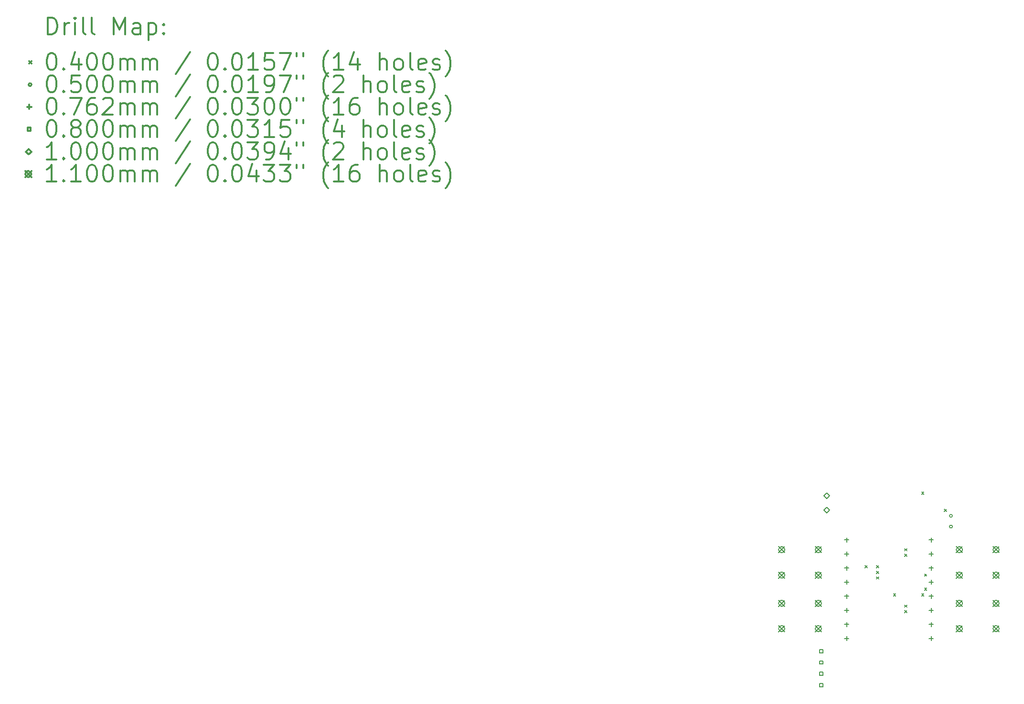
<source format=gbr>
%FSLAX45Y45*%
G04 Gerber Fmt 4.5, Leading zero omitted, Abs format (unit mm)*
G04 Created by KiCad (PCBNEW 5.1.10) date 2021-12-20 19:18:19*
%MOMM*%
%LPD*%
G01*
G04 APERTURE LIST*
%ADD10C,0.200000*%
%ADD11C,0.300000*%
G04 APERTURE END LIST*
D10*
X14780000Y-9880000D02*
X14820000Y-9920000D01*
X14820000Y-9880000D02*
X14780000Y-9920000D01*
X14980000Y-9880000D02*
X15020000Y-9920000D01*
X15020000Y-9880000D02*
X14980000Y-9920000D01*
X14980000Y-9980000D02*
X15020000Y-10020000D01*
X15020000Y-9980000D02*
X14980000Y-10020000D01*
X14980000Y-10080000D02*
X15020000Y-10120000D01*
X15020000Y-10080000D02*
X14980000Y-10120000D01*
X15280000Y-10380000D02*
X15320000Y-10420000D01*
X15320000Y-10380000D02*
X15280000Y-10420000D01*
X15480000Y-9580000D02*
X15520000Y-9620000D01*
X15520000Y-9580000D02*
X15480000Y-9620000D01*
X15480000Y-9680000D02*
X15520000Y-9720000D01*
X15520000Y-9680000D02*
X15480000Y-9720000D01*
X15480000Y-10580000D02*
X15520000Y-10620000D01*
X15520000Y-10580000D02*
X15480000Y-10620000D01*
X15480000Y-10680000D02*
X15520000Y-10720000D01*
X15520000Y-10680000D02*
X15480000Y-10720000D01*
X15780000Y-8580000D02*
X15820000Y-8620000D01*
X15820000Y-8580000D02*
X15780000Y-8620000D01*
X15780000Y-10380000D02*
X15820000Y-10420000D01*
X15820000Y-10380000D02*
X15780000Y-10420000D01*
X15830000Y-10030000D02*
X15870000Y-10070000D01*
X15870000Y-10030000D02*
X15830000Y-10070000D01*
X15830000Y-10280000D02*
X15870000Y-10320000D01*
X15870000Y-10280000D02*
X15830000Y-10320000D01*
X16180000Y-8880000D02*
X16220000Y-8920000D01*
X16220000Y-8880000D02*
X16180000Y-8920000D01*
X16325000Y-9000000D02*
G75*
G03*
X16325000Y-9000000I-25000J0D01*
G01*
X16325000Y-9190000D02*
G75*
G03*
X16325000Y-9190000I-25000J0D01*
G01*
X14450000Y-9386900D02*
X14450000Y-9463100D01*
X14411900Y-9425000D02*
X14488100Y-9425000D01*
X14450000Y-9636900D02*
X14450000Y-9713100D01*
X14411900Y-9675000D02*
X14488100Y-9675000D01*
X14450000Y-9886900D02*
X14450000Y-9963100D01*
X14411900Y-9925000D02*
X14488100Y-9925000D01*
X14450000Y-10136900D02*
X14450000Y-10213100D01*
X14411900Y-10175000D02*
X14488100Y-10175000D01*
X14450000Y-10386900D02*
X14450000Y-10463100D01*
X14411900Y-10425000D02*
X14488100Y-10425000D01*
X14450000Y-10636900D02*
X14450000Y-10713100D01*
X14411900Y-10675000D02*
X14488100Y-10675000D01*
X14450000Y-10886900D02*
X14450000Y-10963100D01*
X14411900Y-10925000D02*
X14488100Y-10925000D01*
X14450000Y-11136900D02*
X14450000Y-11213100D01*
X14411900Y-11175000D02*
X14488100Y-11175000D01*
X15950000Y-9386900D02*
X15950000Y-9463100D01*
X15911900Y-9425000D02*
X15988100Y-9425000D01*
X15950000Y-9636900D02*
X15950000Y-9713100D01*
X15911900Y-9675000D02*
X15988100Y-9675000D01*
X15950000Y-9886900D02*
X15950000Y-9963100D01*
X15911900Y-9925000D02*
X15988100Y-9925000D01*
X15950000Y-10136900D02*
X15950000Y-10213100D01*
X15911900Y-10175000D02*
X15988100Y-10175000D01*
X15950000Y-10386900D02*
X15950000Y-10463100D01*
X15911900Y-10425000D02*
X15988100Y-10425000D01*
X15950000Y-10636900D02*
X15950000Y-10713100D01*
X15911900Y-10675000D02*
X15988100Y-10675000D01*
X15950000Y-10886900D02*
X15950000Y-10963100D01*
X15911900Y-10925000D02*
X15988100Y-10925000D01*
X15950000Y-11136900D02*
X15950000Y-11213100D01*
X15911900Y-11175000D02*
X15988100Y-11175000D01*
X14028284Y-11428284D02*
X14028284Y-11371715D01*
X13971715Y-11371715D01*
X13971715Y-11428284D01*
X14028284Y-11428284D01*
X14028284Y-11628284D02*
X14028284Y-11571715D01*
X13971715Y-11571715D01*
X13971715Y-11628284D01*
X14028284Y-11628284D01*
X14028284Y-11828284D02*
X14028284Y-11771715D01*
X13971715Y-11771715D01*
X13971715Y-11828284D01*
X14028284Y-11828284D01*
X14028284Y-12028284D02*
X14028284Y-11971715D01*
X13971715Y-11971715D01*
X13971715Y-12028284D01*
X14028284Y-12028284D01*
X14100000Y-8696000D02*
X14150000Y-8646000D01*
X14100000Y-8596000D01*
X14050000Y-8646000D01*
X14100000Y-8696000D01*
X14100000Y-8950000D02*
X14150000Y-8900000D01*
X14100000Y-8850000D01*
X14050000Y-8900000D01*
X14100000Y-8950000D01*
X13245000Y-9545000D02*
X13355000Y-9655000D01*
X13355000Y-9545000D02*
X13245000Y-9655000D01*
X13355000Y-9600000D02*
G75*
G03*
X13355000Y-9600000I-55000J0D01*
G01*
X13245000Y-9995000D02*
X13355000Y-10105000D01*
X13355000Y-9995000D02*
X13245000Y-10105000D01*
X13355000Y-10050000D02*
G75*
G03*
X13355000Y-10050000I-55000J0D01*
G01*
X13245000Y-10495000D02*
X13355000Y-10605000D01*
X13355000Y-10495000D02*
X13245000Y-10605000D01*
X13355000Y-10550000D02*
G75*
G03*
X13355000Y-10550000I-55000J0D01*
G01*
X13245000Y-10945000D02*
X13355000Y-11055000D01*
X13355000Y-10945000D02*
X13245000Y-11055000D01*
X13355000Y-11000000D02*
G75*
G03*
X13355000Y-11000000I-55000J0D01*
G01*
X13895000Y-9545000D02*
X14005000Y-9655000D01*
X14005000Y-9545000D02*
X13895000Y-9655000D01*
X14005000Y-9600000D02*
G75*
G03*
X14005000Y-9600000I-55000J0D01*
G01*
X13895000Y-9995000D02*
X14005000Y-10105000D01*
X14005000Y-9995000D02*
X13895000Y-10105000D01*
X14005000Y-10050000D02*
G75*
G03*
X14005000Y-10050000I-55000J0D01*
G01*
X13895000Y-10495000D02*
X14005000Y-10605000D01*
X14005000Y-10495000D02*
X13895000Y-10605000D01*
X14005000Y-10550000D02*
G75*
G03*
X14005000Y-10550000I-55000J0D01*
G01*
X13895000Y-10945000D02*
X14005000Y-11055000D01*
X14005000Y-10945000D02*
X13895000Y-11055000D01*
X14005000Y-11000000D02*
G75*
G03*
X14005000Y-11000000I-55000J0D01*
G01*
X16395000Y-9545000D02*
X16505000Y-9655000D01*
X16505000Y-9545000D02*
X16395000Y-9655000D01*
X16505000Y-9600000D02*
G75*
G03*
X16505000Y-9600000I-55000J0D01*
G01*
X16395000Y-9995000D02*
X16505000Y-10105000D01*
X16505000Y-9995000D02*
X16395000Y-10105000D01*
X16505000Y-10050000D02*
G75*
G03*
X16505000Y-10050000I-55000J0D01*
G01*
X16395000Y-10495000D02*
X16505000Y-10605000D01*
X16505000Y-10495000D02*
X16395000Y-10605000D01*
X16505000Y-10550000D02*
G75*
G03*
X16505000Y-10550000I-55000J0D01*
G01*
X16395000Y-10945000D02*
X16505000Y-11055000D01*
X16505000Y-10945000D02*
X16395000Y-11055000D01*
X16505000Y-11000000D02*
G75*
G03*
X16505000Y-11000000I-55000J0D01*
G01*
X17045000Y-9545000D02*
X17155000Y-9655000D01*
X17155000Y-9545000D02*
X17045000Y-9655000D01*
X17155000Y-9600000D02*
G75*
G03*
X17155000Y-9600000I-55000J0D01*
G01*
X17045000Y-9995000D02*
X17155000Y-10105000D01*
X17155000Y-9995000D02*
X17045000Y-10105000D01*
X17155000Y-10050000D02*
G75*
G03*
X17155000Y-10050000I-55000J0D01*
G01*
X17045000Y-10495000D02*
X17155000Y-10605000D01*
X17155000Y-10495000D02*
X17045000Y-10605000D01*
X17155000Y-10550000D02*
G75*
G03*
X17155000Y-10550000I-55000J0D01*
G01*
X17045000Y-10945000D02*
X17155000Y-11055000D01*
X17155000Y-10945000D02*
X17045000Y-11055000D01*
X17155000Y-11000000D02*
G75*
G03*
X17155000Y-11000000I-55000J0D01*
G01*
D11*
X286429Y-465714D02*
X286429Y-165714D01*
X357857Y-165714D01*
X400714Y-180000D01*
X429286Y-208571D01*
X443571Y-237143D01*
X457857Y-294286D01*
X457857Y-337143D01*
X443571Y-394286D01*
X429286Y-422857D01*
X400714Y-451428D01*
X357857Y-465714D01*
X286429Y-465714D01*
X586429Y-465714D02*
X586429Y-265714D01*
X586429Y-322857D02*
X600714Y-294286D01*
X615000Y-280000D01*
X643571Y-265714D01*
X672143Y-265714D01*
X772143Y-465714D02*
X772143Y-265714D01*
X772143Y-165714D02*
X757857Y-180000D01*
X772143Y-194286D01*
X786428Y-180000D01*
X772143Y-165714D01*
X772143Y-194286D01*
X957857Y-465714D02*
X929286Y-451428D01*
X915000Y-422857D01*
X915000Y-165714D01*
X1115000Y-465714D02*
X1086429Y-451428D01*
X1072143Y-422857D01*
X1072143Y-165714D01*
X1457857Y-465714D02*
X1457857Y-165714D01*
X1557857Y-380000D01*
X1657857Y-165714D01*
X1657857Y-465714D01*
X1929286Y-465714D02*
X1929286Y-308571D01*
X1915000Y-280000D01*
X1886428Y-265714D01*
X1829286Y-265714D01*
X1800714Y-280000D01*
X1929286Y-451428D02*
X1900714Y-465714D01*
X1829286Y-465714D01*
X1800714Y-451428D01*
X1786428Y-422857D01*
X1786428Y-394286D01*
X1800714Y-365714D01*
X1829286Y-351428D01*
X1900714Y-351428D01*
X1929286Y-337143D01*
X2072143Y-265714D02*
X2072143Y-565714D01*
X2072143Y-280000D02*
X2100714Y-265714D01*
X2157857Y-265714D01*
X2186429Y-280000D01*
X2200714Y-294286D01*
X2215000Y-322857D01*
X2215000Y-408571D01*
X2200714Y-437143D01*
X2186429Y-451428D01*
X2157857Y-465714D01*
X2100714Y-465714D01*
X2072143Y-451428D01*
X2343571Y-437143D02*
X2357857Y-451428D01*
X2343571Y-465714D01*
X2329286Y-451428D01*
X2343571Y-437143D01*
X2343571Y-465714D01*
X2343571Y-280000D02*
X2357857Y-294286D01*
X2343571Y-308571D01*
X2329286Y-294286D01*
X2343571Y-280000D01*
X2343571Y-308571D01*
X-40000Y-940000D02*
X0Y-980000D01*
X0Y-940000D02*
X-40000Y-980000D01*
X343571Y-795714D02*
X372143Y-795714D01*
X400714Y-810000D01*
X415000Y-824286D01*
X429286Y-852857D01*
X443571Y-910000D01*
X443571Y-981428D01*
X429286Y-1038571D01*
X415000Y-1067143D01*
X400714Y-1081429D01*
X372143Y-1095714D01*
X343571Y-1095714D01*
X315000Y-1081429D01*
X300714Y-1067143D01*
X286429Y-1038571D01*
X272143Y-981428D01*
X272143Y-910000D01*
X286429Y-852857D01*
X300714Y-824286D01*
X315000Y-810000D01*
X343571Y-795714D01*
X572143Y-1067143D02*
X586429Y-1081429D01*
X572143Y-1095714D01*
X557857Y-1081429D01*
X572143Y-1067143D01*
X572143Y-1095714D01*
X843571Y-895714D02*
X843571Y-1095714D01*
X772143Y-781428D02*
X700714Y-995714D01*
X886428Y-995714D01*
X1057857Y-795714D02*
X1086429Y-795714D01*
X1115000Y-810000D01*
X1129286Y-824286D01*
X1143571Y-852857D01*
X1157857Y-910000D01*
X1157857Y-981428D01*
X1143571Y-1038571D01*
X1129286Y-1067143D01*
X1115000Y-1081429D01*
X1086429Y-1095714D01*
X1057857Y-1095714D01*
X1029286Y-1081429D01*
X1015000Y-1067143D01*
X1000714Y-1038571D01*
X986428Y-981428D01*
X986428Y-910000D01*
X1000714Y-852857D01*
X1015000Y-824286D01*
X1029286Y-810000D01*
X1057857Y-795714D01*
X1343571Y-795714D02*
X1372143Y-795714D01*
X1400714Y-810000D01*
X1415000Y-824286D01*
X1429286Y-852857D01*
X1443571Y-910000D01*
X1443571Y-981428D01*
X1429286Y-1038571D01*
X1415000Y-1067143D01*
X1400714Y-1081429D01*
X1372143Y-1095714D01*
X1343571Y-1095714D01*
X1315000Y-1081429D01*
X1300714Y-1067143D01*
X1286429Y-1038571D01*
X1272143Y-981428D01*
X1272143Y-910000D01*
X1286429Y-852857D01*
X1300714Y-824286D01*
X1315000Y-810000D01*
X1343571Y-795714D01*
X1572143Y-1095714D02*
X1572143Y-895714D01*
X1572143Y-924286D02*
X1586428Y-910000D01*
X1615000Y-895714D01*
X1657857Y-895714D01*
X1686428Y-910000D01*
X1700714Y-938571D01*
X1700714Y-1095714D01*
X1700714Y-938571D02*
X1715000Y-910000D01*
X1743571Y-895714D01*
X1786428Y-895714D01*
X1815000Y-910000D01*
X1829286Y-938571D01*
X1829286Y-1095714D01*
X1972143Y-1095714D02*
X1972143Y-895714D01*
X1972143Y-924286D02*
X1986428Y-910000D01*
X2015000Y-895714D01*
X2057857Y-895714D01*
X2086428Y-910000D01*
X2100714Y-938571D01*
X2100714Y-1095714D01*
X2100714Y-938571D02*
X2115000Y-910000D01*
X2143571Y-895714D01*
X2186429Y-895714D01*
X2215000Y-910000D01*
X2229286Y-938571D01*
X2229286Y-1095714D01*
X2815000Y-781428D02*
X2557857Y-1167143D01*
X3200714Y-795714D02*
X3229286Y-795714D01*
X3257857Y-810000D01*
X3272143Y-824286D01*
X3286428Y-852857D01*
X3300714Y-910000D01*
X3300714Y-981428D01*
X3286428Y-1038571D01*
X3272143Y-1067143D01*
X3257857Y-1081429D01*
X3229286Y-1095714D01*
X3200714Y-1095714D01*
X3172143Y-1081429D01*
X3157857Y-1067143D01*
X3143571Y-1038571D01*
X3129286Y-981428D01*
X3129286Y-910000D01*
X3143571Y-852857D01*
X3157857Y-824286D01*
X3172143Y-810000D01*
X3200714Y-795714D01*
X3429286Y-1067143D02*
X3443571Y-1081429D01*
X3429286Y-1095714D01*
X3415000Y-1081429D01*
X3429286Y-1067143D01*
X3429286Y-1095714D01*
X3629286Y-795714D02*
X3657857Y-795714D01*
X3686428Y-810000D01*
X3700714Y-824286D01*
X3715000Y-852857D01*
X3729286Y-910000D01*
X3729286Y-981428D01*
X3715000Y-1038571D01*
X3700714Y-1067143D01*
X3686428Y-1081429D01*
X3657857Y-1095714D01*
X3629286Y-1095714D01*
X3600714Y-1081429D01*
X3586428Y-1067143D01*
X3572143Y-1038571D01*
X3557857Y-981428D01*
X3557857Y-910000D01*
X3572143Y-852857D01*
X3586428Y-824286D01*
X3600714Y-810000D01*
X3629286Y-795714D01*
X4015000Y-1095714D02*
X3843571Y-1095714D01*
X3929286Y-1095714D02*
X3929286Y-795714D01*
X3900714Y-838571D01*
X3872143Y-867143D01*
X3843571Y-881428D01*
X4286429Y-795714D02*
X4143571Y-795714D01*
X4129286Y-938571D01*
X4143571Y-924286D01*
X4172143Y-910000D01*
X4243571Y-910000D01*
X4272143Y-924286D01*
X4286429Y-938571D01*
X4300714Y-967143D01*
X4300714Y-1038571D01*
X4286429Y-1067143D01*
X4272143Y-1081429D01*
X4243571Y-1095714D01*
X4172143Y-1095714D01*
X4143571Y-1081429D01*
X4129286Y-1067143D01*
X4400714Y-795714D02*
X4600714Y-795714D01*
X4472143Y-1095714D01*
X4700714Y-795714D02*
X4700714Y-852857D01*
X4815000Y-795714D02*
X4815000Y-852857D01*
X5257857Y-1210000D02*
X5243571Y-1195714D01*
X5215000Y-1152857D01*
X5200714Y-1124286D01*
X5186429Y-1081429D01*
X5172143Y-1010000D01*
X5172143Y-952857D01*
X5186429Y-881428D01*
X5200714Y-838571D01*
X5215000Y-810000D01*
X5243571Y-767143D01*
X5257857Y-752857D01*
X5529286Y-1095714D02*
X5357857Y-1095714D01*
X5443571Y-1095714D02*
X5443571Y-795714D01*
X5415000Y-838571D01*
X5386429Y-867143D01*
X5357857Y-881428D01*
X5786428Y-895714D02*
X5786428Y-1095714D01*
X5715000Y-781428D02*
X5643571Y-995714D01*
X5829286Y-995714D01*
X6172143Y-1095714D02*
X6172143Y-795714D01*
X6300714Y-1095714D02*
X6300714Y-938571D01*
X6286428Y-910000D01*
X6257857Y-895714D01*
X6215000Y-895714D01*
X6186428Y-910000D01*
X6172143Y-924286D01*
X6486428Y-1095714D02*
X6457857Y-1081429D01*
X6443571Y-1067143D01*
X6429286Y-1038571D01*
X6429286Y-952857D01*
X6443571Y-924286D01*
X6457857Y-910000D01*
X6486428Y-895714D01*
X6529286Y-895714D01*
X6557857Y-910000D01*
X6572143Y-924286D01*
X6586428Y-952857D01*
X6586428Y-1038571D01*
X6572143Y-1067143D01*
X6557857Y-1081429D01*
X6529286Y-1095714D01*
X6486428Y-1095714D01*
X6757857Y-1095714D02*
X6729286Y-1081429D01*
X6715000Y-1052857D01*
X6715000Y-795714D01*
X6986428Y-1081429D02*
X6957857Y-1095714D01*
X6900714Y-1095714D01*
X6872143Y-1081429D01*
X6857857Y-1052857D01*
X6857857Y-938571D01*
X6872143Y-910000D01*
X6900714Y-895714D01*
X6957857Y-895714D01*
X6986428Y-910000D01*
X7000714Y-938571D01*
X7000714Y-967143D01*
X6857857Y-995714D01*
X7115000Y-1081429D02*
X7143571Y-1095714D01*
X7200714Y-1095714D01*
X7229286Y-1081429D01*
X7243571Y-1052857D01*
X7243571Y-1038571D01*
X7229286Y-1010000D01*
X7200714Y-995714D01*
X7157857Y-995714D01*
X7129286Y-981428D01*
X7115000Y-952857D01*
X7115000Y-938571D01*
X7129286Y-910000D01*
X7157857Y-895714D01*
X7200714Y-895714D01*
X7229286Y-910000D01*
X7343571Y-1210000D02*
X7357857Y-1195714D01*
X7386428Y-1152857D01*
X7400714Y-1124286D01*
X7415000Y-1081429D01*
X7429286Y-1010000D01*
X7429286Y-952857D01*
X7415000Y-881428D01*
X7400714Y-838571D01*
X7386428Y-810000D01*
X7357857Y-767143D01*
X7343571Y-752857D01*
X0Y-1356000D02*
G75*
G03*
X0Y-1356000I-25000J0D01*
G01*
X343571Y-1191714D02*
X372143Y-1191714D01*
X400714Y-1206000D01*
X415000Y-1220286D01*
X429286Y-1248857D01*
X443571Y-1306000D01*
X443571Y-1377429D01*
X429286Y-1434571D01*
X415000Y-1463143D01*
X400714Y-1477428D01*
X372143Y-1491714D01*
X343571Y-1491714D01*
X315000Y-1477428D01*
X300714Y-1463143D01*
X286429Y-1434571D01*
X272143Y-1377429D01*
X272143Y-1306000D01*
X286429Y-1248857D01*
X300714Y-1220286D01*
X315000Y-1206000D01*
X343571Y-1191714D01*
X572143Y-1463143D02*
X586429Y-1477428D01*
X572143Y-1491714D01*
X557857Y-1477428D01*
X572143Y-1463143D01*
X572143Y-1491714D01*
X857857Y-1191714D02*
X715000Y-1191714D01*
X700714Y-1334571D01*
X715000Y-1320286D01*
X743571Y-1306000D01*
X815000Y-1306000D01*
X843571Y-1320286D01*
X857857Y-1334571D01*
X872143Y-1363143D01*
X872143Y-1434571D01*
X857857Y-1463143D01*
X843571Y-1477428D01*
X815000Y-1491714D01*
X743571Y-1491714D01*
X715000Y-1477428D01*
X700714Y-1463143D01*
X1057857Y-1191714D02*
X1086429Y-1191714D01*
X1115000Y-1206000D01*
X1129286Y-1220286D01*
X1143571Y-1248857D01*
X1157857Y-1306000D01*
X1157857Y-1377429D01*
X1143571Y-1434571D01*
X1129286Y-1463143D01*
X1115000Y-1477428D01*
X1086429Y-1491714D01*
X1057857Y-1491714D01*
X1029286Y-1477428D01*
X1015000Y-1463143D01*
X1000714Y-1434571D01*
X986428Y-1377429D01*
X986428Y-1306000D01*
X1000714Y-1248857D01*
X1015000Y-1220286D01*
X1029286Y-1206000D01*
X1057857Y-1191714D01*
X1343571Y-1191714D02*
X1372143Y-1191714D01*
X1400714Y-1206000D01*
X1415000Y-1220286D01*
X1429286Y-1248857D01*
X1443571Y-1306000D01*
X1443571Y-1377429D01*
X1429286Y-1434571D01*
X1415000Y-1463143D01*
X1400714Y-1477428D01*
X1372143Y-1491714D01*
X1343571Y-1491714D01*
X1315000Y-1477428D01*
X1300714Y-1463143D01*
X1286429Y-1434571D01*
X1272143Y-1377429D01*
X1272143Y-1306000D01*
X1286429Y-1248857D01*
X1300714Y-1220286D01*
X1315000Y-1206000D01*
X1343571Y-1191714D01*
X1572143Y-1491714D02*
X1572143Y-1291714D01*
X1572143Y-1320286D02*
X1586428Y-1306000D01*
X1615000Y-1291714D01*
X1657857Y-1291714D01*
X1686428Y-1306000D01*
X1700714Y-1334571D01*
X1700714Y-1491714D01*
X1700714Y-1334571D02*
X1715000Y-1306000D01*
X1743571Y-1291714D01*
X1786428Y-1291714D01*
X1815000Y-1306000D01*
X1829286Y-1334571D01*
X1829286Y-1491714D01*
X1972143Y-1491714D02*
X1972143Y-1291714D01*
X1972143Y-1320286D02*
X1986428Y-1306000D01*
X2015000Y-1291714D01*
X2057857Y-1291714D01*
X2086428Y-1306000D01*
X2100714Y-1334571D01*
X2100714Y-1491714D01*
X2100714Y-1334571D02*
X2115000Y-1306000D01*
X2143571Y-1291714D01*
X2186429Y-1291714D01*
X2215000Y-1306000D01*
X2229286Y-1334571D01*
X2229286Y-1491714D01*
X2815000Y-1177429D02*
X2557857Y-1563143D01*
X3200714Y-1191714D02*
X3229286Y-1191714D01*
X3257857Y-1206000D01*
X3272143Y-1220286D01*
X3286428Y-1248857D01*
X3300714Y-1306000D01*
X3300714Y-1377429D01*
X3286428Y-1434571D01*
X3272143Y-1463143D01*
X3257857Y-1477428D01*
X3229286Y-1491714D01*
X3200714Y-1491714D01*
X3172143Y-1477428D01*
X3157857Y-1463143D01*
X3143571Y-1434571D01*
X3129286Y-1377429D01*
X3129286Y-1306000D01*
X3143571Y-1248857D01*
X3157857Y-1220286D01*
X3172143Y-1206000D01*
X3200714Y-1191714D01*
X3429286Y-1463143D02*
X3443571Y-1477428D01*
X3429286Y-1491714D01*
X3415000Y-1477428D01*
X3429286Y-1463143D01*
X3429286Y-1491714D01*
X3629286Y-1191714D02*
X3657857Y-1191714D01*
X3686428Y-1206000D01*
X3700714Y-1220286D01*
X3715000Y-1248857D01*
X3729286Y-1306000D01*
X3729286Y-1377429D01*
X3715000Y-1434571D01*
X3700714Y-1463143D01*
X3686428Y-1477428D01*
X3657857Y-1491714D01*
X3629286Y-1491714D01*
X3600714Y-1477428D01*
X3586428Y-1463143D01*
X3572143Y-1434571D01*
X3557857Y-1377429D01*
X3557857Y-1306000D01*
X3572143Y-1248857D01*
X3586428Y-1220286D01*
X3600714Y-1206000D01*
X3629286Y-1191714D01*
X4015000Y-1491714D02*
X3843571Y-1491714D01*
X3929286Y-1491714D02*
X3929286Y-1191714D01*
X3900714Y-1234571D01*
X3872143Y-1263143D01*
X3843571Y-1277429D01*
X4157857Y-1491714D02*
X4215000Y-1491714D01*
X4243571Y-1477428D01*
X4257857Y-1463143D01*
X4286429Y-1420286D01*
X4300714Y-1363143D01*
X4300714Y-1248857D01*
X4286429Y-1220286D01*
X4272143Y-1206000D01*
X4243571Y-1191714D01*
X4186428Y-1191714D01*
X4157857Y-1206000D01*
X4143571Y-1220286D01*
X4129286Y-1248857D01*
X4129286Y-1320286D01*
X4143571Y-1348857D01*
X4157857Y-1363143D01*
X4186428Y-1377429D01*
X4243571Y-1377429D01*
X4272143Y-1363143D01*
X4286429Y-1348857D01*
X4300714Y-1320286D01*
X4400714Y-1191714D02*
X4600714Y-1191714D01*
X4472143Y-1491714D01*
X4700714Y-1191714D02*
X4700714Y-1248857D01*
X4815000Y-1191714D02*
X4815000Y-1248857D01*
X5257857Y-1606000D02*
X5243571Y-1591714D01*
X5215000Y-1548857D01*
X5200714Y-1520286D01*
X5186429Y-1477428D01*
X5172143Y-1406000D01*
X5172143Y-1348857D01*
X5186429Y-1277429D01*
X5200714Y-1234571D01*
X5215000Y-1206000D01*
X5243571Y-1163143D01*
X5257857Y-1148857D01*
X5357857Y-1220286D02*
X5372143Y-1206000D01*
X5400714Y-1191714D01*
X5472143Y-1191714D01*
X5500714Y-1206000D01*
X5515000Y-1220286D01*
X5529286Y-1248857D01*
X5529286Y-1277429D01*
X5515000Y-1320286D01*
X5343571Y-1491714D01*
X5529286Y-1491714D01*
X5886428Y-1491714D02*
X5886428Y-1191714D01*
X6015000Y-1491714D02*
X6015000Y-1334571D01*
X6000714Y-1306000D01*
X5972143Y-1291714D01*
X5929286Y-1291714D01*
X5900714Y-1306000D01*
X5886428Y-1320286D01*
X6200714Y-1491714D02*
X6172143Y-1477428D01*
X6157857Y-1463143D01*
X6143571Y-1434571D01*
X6143571Y-1348857D01*
X6157857Y-1320286D01*
X6172143Y-1306000D01*
X6200714Y-1291714D01*
X6243571Y-1291714D01*
X6272143Y-1306000D01*
X6286428Y-1320286D01*
X6300714Y-1348857D01*
X6300714Y-1434571D01*
X6286428Y-1463143D01*
X6272143Y-1477428D01*
X6243571Y-1491714D01*
X6200714Y-1491714D01*
X6472143Y-1491714D02*
X6443571Y-1477428D01*
X6429286Y-1448857D01*
X6429286Y-1191714D01*
X6700714Y-1477428D02*
X6672143Y-1491714D01*
X6615000Y-1491714D01*
X6586428Y-1477428D01*
X6572143Y-1448857D01*
X6572143Y-1334571D01*
X6586428Y-1306000D01*
X6615000Y-1291714D01*
X6672143Y-1291714D01*
X6700714Y-1306000D01*
X6715000Y-1334571D01*
X6715000Y-1363143D01*
X6572143Y-1391714D01*
X6829286Y-1477428D02*
X6857857Y-1491714D01*
X6915000Y-1491714D01*
X6943571Y-1477428D01*
X6957857Y-1448857D01*
X6957857Y-1434571D01*
X6943571Y-1406000D01*
X6915000Y-1391714D01*
X6872143Y-1391714D01*
X6843571Y-1377429D01*
X6829286Y-1348857D01*
X6829286Y-1334571D01*
X6843571Y-1306000D01*
X6872143Y-1291714D01*
X6915000Y-1291714D01*
X6943571Y-1306000D01*
X7057857Y-1606000D02*
X7072143Y-1591714D01*
X7100714Y-1548857D01*
X7115000Y-1520286D01*
X7129286Y-1477428D01*
X7143571Y-1406000D01*
X7143571Y-1348857D01*
X7129286Y-1277429D01*
X7115000Y-1234571D01*
X7100714Y-1206000D01*
X7072143Y-1163143D01*
X7057857Y-1148857D01*
X-38100Y-1713900D02*
X-38100Y-1790100D01*
X-76200Y-1752000D02*
X0Y-1752000D01*
X343571Y-1587714D02*
X372143Y-1587714D01*
X400714Y-1602000D01*
X415000Y-1616286D01*
X429286Y-1644857D01*
X443571Y-1702000D01*
X443571Y-1773428D01*
X429286Y-1830571D01*
X415000Y-1859143D01*
X400714Y-1873428D01*
X372143Y-1887714D01*
X343571Y-1887714D01*
X315000Y-1873428D01*
X300714Y-1859143D01*
X286429Y-1830571D01*
X272143Y-1773428D01*
X272143Y-1702000D01*
X286429Y-1644857D01*
X300714Y-1616286D01*
X315000Y-1602000D01*
X343571Y-1587714D01*
X572143Y-1859143D02*
X586429Y-1873428D01*
X572143Y-1887714D01*
X557857Y-1873428D01*
X572143Y-1859143D01*
X572143Y-1887714D01*
X686429Y-1587714D02*
X886428Y-1587714D01*
X757857Y-1887714D01*
X1129286Y-1587714D02*
X1072143Y-1587714D01*
X1043571Y-1602000D01*
X1029286Y-1616286D01*
X1000714Y-1659143D01*
X986428Y-1716286D01*
X986428Y-1830571D01*
X1000714Y-1859143D01*
X1015000Y-1873428D01*
X1043571Y-1887714D01*
X1100714Y-1887714D01*
X1129286Y-1873428D01*
X1143571Y-1859143D01*
X1157857Y-1830571D01*
X1157857Y-1759143D01*
X1143571Y-1730571D01*
X1129286Y-1716286D01*
X1100714Y-1702000D01*
X1043571Y-1702000D01*
X1015000Y-1716286D01*
X1000714Y-1730571D01*
X986428Y-1759143D01*
X1272143Y-1616286D02*
X1286429Y-1602000D01*
X1315000Y-1587714D01*
X1386429Y-1587714D01*
X1415000Y-1602000D01*
X1429286Y-1616286D01*
X1443571Y-1644857D01*
X1443571Y-1673428D01*
X1429286Y-1716286D01*
X1257857Y-1887714D01*
X1443571Y-1887714D01*
X1572143Y-1887714D02*
X1572143Y-1687714D01*
X1572143Y-1716286D02*
X1586428Y-1702000D01*
X1615000Y-1687714D01*
X1657857Y-1687714D01*
X1686428Y-1702000D01*
X1700714Y-1730571D01*
X1700714Y-1887714D01*
X1700714Y-1730571D02*
X1715000Y-1702000D01*
X1743571Y-1687714D01*
X1786428Y-1687714D01*
X1815000Y-1702000D01*
X1829286Y-1730571D01*
X1829286Y-1887714D01*
X1972143Y-1887714D02*
X1972143Y-1687714D01*
X1972143Y-1716286D02*
X1986428Y-1702000D01*
X2015000Y-1687714D01*
X2057857Y-1687714D01*
X2086428Y-1702000D01*
X2100714Y-1730571D01*
X2100714Y-1887714D01*
X2100714Y-1730571D02*
X2115000Y-1702000D01*
X2143571Y-1687714D01*
X2186429Y-1687714D01*
X2215000Y-1702000D01*
X2229286Y-1730571D01*
X2229286Y-1887714D01*
X2815000Y-1573428D02*
X2557857Y-1959143D01*
X3200714Y-1587714D02*
X3229286Y-1587714D01*
X3257857Y-1602000D01*
X3272143Y-1616286D01*
X3286428Y-1644857D01*
X3300714Y-1702000D01*
X3300714Y-1773428D01*
X3286428Y-1830571D01*
X3272143Y-1859143D01*
X3257857Y-1873428D01*
X3229286Y-1887714D01*
X3200714Y-1887714D01*
X3172143Y-1873428D01*
X3157857Y-1859143D01*
X3143571Y-1830571D01*
X3129286Y-1773428D01*
X3129286Y-1702000D01*
X3143571Y-1644857D01*
X3157857Y-1616286D01*
X3172143Y-1602000D01*
X3200714Y-1587714D01*
X3429286Y-1859143D02*
X3443571Y-1873428D01*
X3429286Y-1887714D01*
X3415000Y-1873428D01*
X3429286Y-1859143D01*
X3429286Y-1887714D01*
X3629286Y-1587714D02*
X3657857Y-1587714D01*
X3686428Y-1602000D01*
X3700714Y-1616286D01*
X3715000Y-1644857D01*
X3729286Y-1702000D01*
X3729286Y-1773428D01*
X3715000Y-1830571D01*
X3700714Y-1859143D01*
X3686428Y-1873428D01*
X3657857Y-1887714D01*
X3629286Y-1887714D01*
X3600714Y-1873428D01*
X3586428Y-1859143D01*
X3572143Y-1830571D01*
X3557857Y-1773428D01*
X3557857Y-1702000D01*
X3572143Y-1644857D01*
X3586428Y-1616286D01*
X3600714Y-1602000D01*
X3629286Y-1587714D01*
X3829286Y-1587714D02*
X4015000Y-1587714D01*
X3915000Y-1702000D01*
X3957857Y-1702000D01*
X3986428Y-1716286D01*
X4000714Y-1730571D01*
X4015000Y-1759143D01*
X4015000Y-1830571D01*
X4000714Y-1859143D01*
X3986428Y-1873428D01*
X3957857Y-1887714D01*
X3872143Y-1887714D01*
X3843571Y-1873428D01*
X3829286Y-1859143D01*
X4200714Y-1587714D02*
X4229286Y-1587714D01*
X4257857Y-1602000D01*
X4272143Y-1616286D01*
X4286429Y-1644857D01*
X4300714Y-1702000D01*
X4300714Y-1773428D01*
X4286429Y-1830571D01*
X4272143Y-1859143D01*
X4257857Y-1873428D01*
X4229286Y-1887714D01*
X4200714Y-1887714D01*
X4172143Y-1873428D01*
X4157857Y-1859143D01*
X4143571Y-1830571D01*
X4129286Y-1773428D01*
X4129286Y-1702000D01*
X4143571Y-1644857D01*
X4157857Y-1616286D01*
X4172143Y-1602000D01*
X4200714Y-1587714D01*
X4486429Y-1587714D02*
X4515000Y-1587714D01*
X4543571Y-1602000D01*
X4557857Y-1616286D01*
X4572143Y-1644857D01*
X4586429Y-1702000D01*
X4586429Y-1773428D01*
X4572143Y-1830571D01*
X4557857Y-1859143D01*
X4543571Y-1873428D01*
X4515000Y-1887714D01*
X4486429Y-1887714D01*
X4457857Y-1873428D01*
X4443571Y-1859143D01*
X4429286Y-1830571D01*
X4415000Y-1773428D01*
X4415000Y-1702000D01*
X4429286Y-1644857D01*
X4443571Y-1616286D01*
X4457857Y-1602000D01*
X4486429Y-1587714D01*
X4700714Y-1587714D02*
X4700714Y-1644857D01*
X4815000Y-1587714D02*
X4815000Y-1644857D01*
X5257857Y-2002000D02*
X5243571Y-1987714D01*
X5215000Y-1944857D01*
X5200714Y-1916286D01*
X5186429Y-1873428D01*
X5172143Y-1802000D01*
X5172143Y-1744857D01*
X5186429Y-1673428D01*
X5200714Y-1630571D01*
X5215000Y-1602000D01*
X5243571Y-1559143D01*
X5257857Y-1544857D01*
X5529286Y-1887714D02*
X5357857Y-1887714D01*
X5443571Y-1887714D02*
X5443571Y-1587714D01*
X5415000Y-1630571D01*
X5386429Y-1659143D01*
X5357857Y-1673428D01*
X5786428Y-1587714D02*
X5729286Y-1587714D01*
X5700714Y-1602000D01*
X5686428Y-1616286D01*
X5657857Y-1659143D01*
X5643571Y-1716286D01*
X5643571Y-1830571D01*
X5657857Y-1859143D01*
X5672143Y-1873428D01*
X5700714Y-1887714D01*
X5757857Y-1887714D01*
X5786428Y-1873428D01*
X5800714Y-1859143D01*
X5815000Y-1830571D01*
X5815000Y-1759143D01*
X5800714Y-1730571D01*
X5786428Y-1716286D01*
X5757857Y-1702000D01*
X5700714Y-1702000D01*
X5672143Y-1716286D01*
X5657857Y-1730571D01*
X5643571Y-1759143D01*
X6172143Y-1887714D02*
X6172143Y-1587714D01*
X6300714Y-1887714D02*
X6300714Y-1730571D01*
X6286428Y-1702000D01*
X6257857Y-1687714D01*
X6215000Y-1687714D01*
X6186428Y-1702000D01*
X6172143Y-1716286D01*
X6486428Y-1887714D02*
X6457857Y-1873428D01*
X6443571Y-1859143D01*
X6429286Y-1830571D01*
X6429286Y-1744857D01*
X6443571Y-1716286D01*
X6457857Y-1702000D01*
X6486428Y-1687714D01*
X6529286Y-1687714D01*
X6557857Y-1702000D01*
X6572143Y-1716286D01*
X6586428Y-1744857D01*
X6586428Y-1830571D01*
X6572143Y-1859143D01*
X6557857Y-1873428D01*
X6529286Y-1887714D01*
X6486428Y-1887714D01*
X6757857Y-1887714D02*
X6729286Y-1873428D01*
X6715000Y-1844857D01*
X6715000Y-1587714D01*
X6986428Y-1873428D02*
X6957857Y-1887714D01*
X6900714Y-1887714D01*
X6872143Y-1873428D01*
X6857857Y-1844857D01*
X6857857Y-1730571D01*
X6872143Y-1702000D01*
X6900714Y-1687714D01*
X6957857Y-1687714D01*
X6986428Y-1702000D01*
X7000714Y-1730571D01*
X7000714Y-1759143D01*
X6857857Y-1787714D01*
X7115000Y-1873428D02*
X7143571Y-1887714D01*
X7200714Y-1887714D01*
X7229286Y-1873428D01*
X7243571Y-1844857D01*
X7243571Y-1830571D01*
X7229286Y-1802000D01*
X7200714Y-1787714D01*
X7157857Y-1787714D01*
X7129286Y-1773428D01*
X7115000Y-1744857D01*
X7115000Y-1730571D01*
X7129286Y-1702000D01*
X7157857Y-1687714D01*
X7200714Y-1687714D01*
X7229286Y-1702000D01*
X7343571Y-2002000D02*
X7357857Y-1987714D01*
X7386428Y-1944857D01*
X7400714Y-1916286D01*
X7415000Y-1873428D01*
X7429286Y-1802000D01*
X7429286Y-1744857D01*
X7415000Y-1673428D01*
X7400714Y-1630571D01*
X7386428Y-1602000D01*
X7357857Y-1559143D01*
X7343571Y-1544857D01*
X-11715Y-2176285D02*
X-11715Y-2119716D01*
X-68285Y-2119716D01*
X-68285Y-2176285D01*
X-11715Y-2176285D01*
X343571Y-1983714D02*
X372143Y-1983714D01*
X400714Y-1998000D01*
X415000Y-2012286D01*
X429286Y-2040857D01*
X443571Y-2098000D01*
X443571Y-2169429D01*
X429286Y-2226571D01*
X415000Y-2255143D01*
X400714Y-2269429D01*
X372143Y-2283714D01*
X343571Y-2283714D01*
X315000Y-2269429D01*
X300714Y-2255143D01*
X286429Y-2226571D01*
X272143Y-2169429D01*
X272143Y-2098000D01*
X286429Y-2040857D01*
X300714Y-2012286D01*
X315000Y-1998000D01*
X343571Y-1983714D01*
X572143Y-2255143D02*
X586429Y-2269429D01*
X572143Y-2283714D01*
X557857Y-2269429D01*
X572143Y-2255143D01*
X572143Y-2283714D01*
X757857Y-2112286D02*
X729286Y-2098000D01*
X715000Y-2083714D01*
X700714Y-2055143D01*
X700714Y-2040857D01*
X715000Y-2012286D01*
X729286Y-1998000D01*
X757857Y-1983714D01*
X815000Y-1983714D01*
X843571Y-1998000D01*
X857857Y-2012286D01*
X872143Y-2040857D01*
X872143Y-2055143D01*
X857857Y-2083714D01*
X843571Y-2098000D01*
X815000Y-2112286D01*
X757857Y-2112286D01*
X729286Y-2126571D01*
X715000Y-2140857D01*
X700714Y-2169429D01*
X700714Y-2226571D01*
X715000Y-2255143D01*
X729286Y-2269429D01*
X757857Y-2283714D01*
X815000Y-2283714D01*
X843571Y-2269429D01*
X857857Y-2255143D01*
X872143Y-2226571D01*
X872143Y-2169429D01*
X857857Y-2140857D01*
X843571Y-2126571D01*
X815000Y-2112286D01*
X1057857Y-1983714D02*
X1086429Y-1983714D01*
X1115000Y-1998000D01*
X1129286Y-2012286D01*
X1143571Y-2040857D01*
X1157857Y-2098000D01*
X1157857Y-2169429D01*
X1143571Y-2226571D01*
X1129286Y-2255143D01*
X1115000Y-2269429D01*
X1086429Y-2283714D01*
X1057857Y-2283714D01*
X1029286Y-2269429D01*
X1015000Y-2255143D01*
X1000714Y-2226571D01*
X986428Y-2169429D01*
X986428Y-2098000D01*
X1000714Y-2040857D01*
X1015000Y-2012286D01*
X1029286Y-1998000D01*
X1057857Y-1983714D01*
X1343571Y-1983714D02*
X1372143Y-1983714D01*
X1400714Y-1998000D01*
X1415000Y-2012286D01*
X1429286Y-2040857D01*
X1443571Y-2098000D01*
X1443571Y-2169429D01*
X1429286Y-2226571D01*
X1415000Y-2255143D01*
X1400714Y-2269429D01*
X1372143Y-2283714D01*
X1343571Y-2283714D01*
X1315000Y-2269429D01*
X1300714Y-2255143D01*
X1286429Y-2226571D01*
X1272143Y-2169429D01*
X1272143Y-2098000D01*
X1286429Y-2040857D01*
X1300714Y-2012286D01*
X1315000Y-1998000D01*
X1343571Y-1983714D01*
X1572143Y-2283714D02*
X1572143Y-2083714D01*
X1572143Y-2112286D02*
X1586428Y-2098000D01*
X1615000Y-2083714D01*
X1657857Y-2083714D01*
X1686428Y-2098000D01*
X1700714Y-2126571D01*
X1700714Y-2283714D01*
X1700714Y-2126571D02*
X1715000Y-2098000D01*
X1743571Y-2083714D01*
X1786428Y-2083714D01*
X1815000Y-2098000D01*
X1829286Y-2126571D01*
X1829286Y-2283714D01*
X1972143Y-2283714D02*
X1972143Y-2083714D01*
X1972143Y-2112286D02*
X1986428Y-2098000D01*
X2015000Y-2083714D01*
X2057857Y-2083714D01*
X2086428Y-2098000D01*
X2100714Y-2126571D01*
X2100714Y-2283714D01*
X2100714Y-2126571D02*
X2115000Y-2098000D01*
X2143571Y-2083714D01*
X2186429Y-2083714D01*
X2215000Y-2098000D01*
X2229286Y-2126571D01*
X2229286Y-2283714D01*
X2815000Y-1969428D02*
X2557857Y-2355143D01*
X3200714Y-1983714D02*
X3229286Y-1983714D01*
X3257857Y-1998000D01*
X3272143Y-2012286D01*
X3286428Y-2040857D01*
X3300714Y-2098000D01*
X3300714Y-2169429D01*
X3286428Y-2226571D01*
X3272143Y-2255143D01*
X3257857Y-2269429D01*
X3229286Y-2283714D01*
X3200714Y-2283714D01*
X3172143Y-2269429D01*
X3157857Y-2255143D01*
X3143571Y-2226571D01*
X3129286Y-2169429D01*
X3129286Y-2098000D01*
X3143571Y-2040857D01*
X3157857Y-2012286D01*
X3172143Y-1998000D01*
X3200714Y-1983714D01*
X3429286Y-2255143D02*
X3443571Y-2269429D01*
X3429286Y-2283714D01*
X3415000Y-2269429D01*
X3429286Y-2255143D01*
X3429286Y-2283714D01*
X3629286Y-1983714D02*
X3657857Y-1983714D01*
X3686428Y-1998000D01*
X3700714Y-2012286D01*
X3715000Y-2040857D01*
X3729286Y-2098000D01*
X3729286Y-2169429D01*
X3715000Y-2226571D01*
X3700714Y-2255143D01*
X3686428Y-2269429D01*
X3657857Y-2283714D01*
X3629286Y-2283714D01*
X3600714Y-2269429D01*
X3586428Y-2255143D01*
X3572143Y-2226571D01*
X3557857Y-2169429D01*
X3557857Y-2098000D01*
X3572143Y-2040857D01*
X3586428Y-2012286D01*
X3600714Y-1998000D01*
X3629286Y-1983714D01*
X3829286Y-1983714D02*
X4015000Y-1983714D01*
X3915000Y-2098000D01*
X3957857Y-2098000D01*
X3986428Y-2112286D01*
X4000714Y-2126571D01*
X4015000Y-2155143D01*
X4015000Y-2226571D01*
X4000714Y-2255143D01*
X3986428Y-2269429D01*
X3957857Y-2283714D01*
X3872143Y-2283714D01*
X3843571Y-2269429D01*
X3829286Y-2255143D01*
X4300714Y-2283714D02*
X4129286Y-2283714D01*
X4215000Y-2283714D02*
X4215000Y-1983714D01*
X4186428Y-2026571D01*
X4157857Y-2055143D01*
X4129286Y-2069428D01*
X4572143Y-1983714D02*
X4429286Y-1983714D01*
X4415000Y-2126571D01*
X4429286Y-2112286D01*
X4457857Y-2098000D01*
X4529286Y-2098000D01*
X4557857Y-2112286D01*
X4572143Y-2126571D01*
X4586429Y-2155143D01*
X4586429Y-2226571D01*
X4572143Y-2255143D01*
X4557857Y-2269429D01*
X4529286Y-2283714D01*
X4457857Y-2283714D01*
X4429286Y-2269429D01*
X4415000Y-2255143D01*
X4700714Y-1983714D02*
X4700714Y-2040857D01*
X4815000Y-1983714D02*
X4815000Y-2040857D01*
X5257857Y-2398000D02*
X5243571Y-2383714D01*
X5215000Y-2340857D01*
X5200714Y-2312286D01*
X5186429Y-2269429D01*
X5172143Y-2198000D01*
X5172143Y-2140857D01*
X5186429Y-2069428D01*
X5200714Y-2026571D01*
X5215000Y-1998000D01*
X5243571Y-1955143D01*
X5257857Y-1940857D01*
X5500714Y-2083714D02*
X5500714Y-2283714D01*
X5429286Y-1969428D02*
X5357857Y-2183714D01*
X5543571Y-2183714D01*
X5886428Y-2283714D02*
X5886428Y-1983714D01*
X6015000Y-2283714D02*
X6015000Y-2126571D01*
X6000714Y-2098000D01*
X5972143Y-2083714D01*
X5929286Y-2083714D01*
X5900714Y-2098000D01*
X5886428Y-2112286D01*
X6200714Y-2283714D02*
X6172143Y-2269429D01*
X6157857Y-2255143D01*
X6143571Y-2226571D01*
X6143571Y-2140857D01*
X6157857Y-2112286D01*
X6172143Y-2098000D01*
X6200714Y-2083714D01*
X6243571Y-2083714D01*
X6272143Y-2098000D01*
X6286428Y-2112286D01*
X6300714Y-2140857D01*
X6300714Y-2226571D01*
X6286428Y-2255143D01*
X6272143Y-2269429D01*
X6243571Y-2283714D01*
X6200714Y-2283714D01*
X6472143Y-2283714D02*
X6443571Y-2269429D01*
X6429286Y-2240857D01*
X6429286Y-1983714D01*
X6700714Y-2269429D02*
X6672143Y-2283714D01*
X6615000Y-2283714D01*
X6586428Y-2269429D01*
X6572143Y-2240857D01*
X6572143Y-2126571D01*
X6586428Y-2098000D01*
X6615000Y-2083714D01*
X6672143Y-2083714D01*
X6700714Y-2098000D01*
X6715000Y-2126571D01*
X6715000Y-2155143D01*
X6572143Y-2183714D01*
X6829286Y-2269429D02*
X6857857Y-2283714D01*
X6915000Y-2283714D01*
X6943571Y-2269429D01*
X6957857Y-2240857D01*
X6957857Y-2226571D01*
X6943571Y-2198000D01*
X6915000Y-2183714D01*
X6872143Y-2183714D01*
X6843571Y-2169429D01*
X6829286Y-2140857D01*
X6829286Y-2126571D01*
X6843571Y-2098000D01*
X6872143Y-2083714D01*
X6915000Y-2083714D01*
X6943571Y-2098000D01*
X7057857Y-2398000D02*
X7072143Y-2383714D01*
X7100714Y-2340857D01*
X7115000Y-2312286D01*
X7129286Y-2269429D01*
X7143571Y-2198000D01*
X7143571Y-2140857D01*
X7129286Y-2069428D01*
X7115000Y-2026571D01*
X7100714Y-1998000D01*
X7072143Y-1955143D01*
X7057857Y-1940857D01*
X-50000Y-2594000D02*
X0Y-2544000D01*
X-50000Y-2494000D01*
X-100000Y-2544000D01*
X-50000Y-2594000D01*
X443571Y-2679714D02*
X272143Y-2679714D01*
X357857Y-2679714D02*
X357857Y-2379714D01*
X329286Y-2422571D01*
X300714Y-2451143D01*
X272143Y-2465429D01*
X572143Y-2651143D02*
X586429Y-2665429D01*
X572143Y-2679714D01*
X557857Y-2665429D01*
X572143Y-2651143D01*
X572143Y-2679714D01*
X772143Y-2379714D02*
X800714Y-2379714D01*
X829286Y-2394000D01*
X843571Y-2408286D01*
X857857Y-2436857D01*
X872143Y-2494000D01*
X872143Y-2565429D01*
X857857Y-2622571D01*
X843571Y-2651143D01*
X829286Y-2665429D01*
X800714Y-2679714D01*
X772143Y-2679714D01*
X743571Y-2665429D01*
X729286Y-2651143D01*
X715000Y-2622571D01*
X700714Y-2565429D01*
X700714Y-2494000D01*
X715000Y-2436857D01*
X729286Y-2408286D01*
X743571Y-2394000D01*
X772143Y-2379714D01*
X1057857Y-2379714D02*
X1086429Y-2379714D01*
X1115000Y-2394000D01*
X1129286Y-2408286D01*
X1143571Y-2436857D01*
X1157857Y-2494000D01*
X1157857Y-2565429D01*
X1143571Y-2622571D01*
X1129286Y-2651143D01*
X1115000Y-2665429D01*
X1086429Y-2679714D01*
X1057857Y-2679714D01*
X1029286Y-2665429D01*
X1015000Y-2651143D01*
X1000714Y-2622571D01*
X986428Y-2565429D01*
X986428Y-2494000D01*
X1000714Y-2436857D01*
X1015000Y-2408286D01*
X1029286Y-2394000D01*
X1057857Y-2379714D01*
X1343571Y-2379714D02*
X1372143Y-2379714D01*
X1400714Y-2394000D01*
X1415000Y-2408286D01*
X1429286Y-2436857D01*
X1443571Y-2494000D01*
X1443571Y-2565429D01*
X1429286Y-2622571D01*
X1415000Y-2651143D01*
X1400714Y-2665429D01*
X1372143Y-2679714D01*
X1343571Y-2679714D01*
X1315000Y-2665429D01*
X1300714Y-2651143D01*
X1286429Y-2622571D01*
X1272143Y-2565429D01*
X1272143Y-2494000D01*
X1286429Y-2436857D01*
X1300714Y-2408286D01*
X1315000Y-2394000D01*
X1343571Y-2379714D01*
X1572143Y-2679714D02*
X1572143Y-2479714D01*
X1572143Y-2508286D02*
X1586428Y-2494000D01*
X1615000Y-2479714D01*
X1657857Y-2479714D01*
X1686428Y-2494000D01*
X1700714Y-2522571D01*
X1700714Y-2679714D01*
X1700714Y-2522571D02*
X1715000Y-2494000D01*
X1743571Y-2479714D01*
X1786428Y-2479714D01*
X1815000Y-2494000D01*
X1829286Y-2522571D01*
X1829286Y-2679714D01*
X1972143Y-2679714D02*
X1972143Y-2479714D01*
X1972143Y-2508286D02*
X1986428Y-2494000D01*
X2015000Y-2479714D01*
X2057857Y-2479714D01*
X2086428Y-2494000D01*
X2100714Y-2522571D01*
X2100714Y-2679714D01*
X2100714Y-2522571D02*
X2115000Y-2494000D01*
X2143571Y-2479714D01*
X2186429Y-2479714D01*
X2215000Y-2494000D01*
X2229286Y-2522571D01*
X2229286Y-2679714D01*
X2815000Y-2365429D02*
X2557857Y-2751143D01*
X3200714Y-2379714D02*
X3229286Y-2379714D01*
X3257857Y-2394000D01*
X3272143Y-2408286D01*
X3286428Y-2436857D01*
X3300714Y-2494000D01*
X3300714Y-2565429D01*
X3286428Y-2622571D01*
X3272143Y-2651143D01*
X3257857Y-2665429D01*
X3229286Y-2679714D01*
X3200714Y-2679714D01*
X3172143Y-2665429D01*
X3157857Y-2651143D01*
X3143571Y-2622571D01*
X3129286Y-2565429D01*
X3129286Y-2494000D01*
X3143571Y-2436857D01*
X3157857Y-2408286D01*
X3172143Y-2394000D01*
X3200714Y-2379714D01*
X3429286Y-2651143D02*
X3443571Y-2665429D01*
X3429286Y-2679714D01*
X3415000Y-2665429D01*
X3429286Y-2651143D01*
X3429286Y-2679714D01*
X3629286Y-2379714D02*
X3657857Y-2379714D01*
X3686428Y-2394000D01*
X3700714Y-2408286D01*
X3715000Y-2436857D01*
X3729286Y-2494000D01*
X3729286Y-2565429D01*
X3715000Y-2622571D01*
X3700714Y-2651143D01*
X3686428Y-2665429D01*
X3657857Y-2679714D01*
X3629286Y-2679714D01*
X3600714Y-2665429D01*
X3586428Y-2651143D01*
X3572143Y-2622571D01*
X3557857Y-2565429D01*
X3557857Y-2494000D01*
X3572143Y-2436857D01*
X3586428Y-2408286D01*
X3600714Y-2394000D01*
X3629286Y-2379714D01*
X3829286Y-2379714D02*
X4015000Y-2379714D01*
X3915000Y-2494000D01*
X3957857Y-2494000D01*
X3986428Y-2508286D01*
X4000714Y-2522571D01*
X4015000Y-2551143D01*
X4015000Y-2622571D01*
X4000714Y-2651143D01*
X3986428Y-2665429D01*
X3957857Y-2679714D01*
X3872143Y-2679714D01*
X3843571Y-2665429D01*
X3829286Y-2651143D01*
X4157857Y-2679714D02*
X4215000Y-2679714D01*
X4243571Y-2665429D01*
X4257857Y-2651143D01*
X4286429Y-2608286D01*
X4300714Y-2551143D01*
X4300714Y-2436857D01*
X4286429Y-2408286D01*
X4272143Y-2394000D01*
X4243571Y-2379714D01*
X4186428Y-2379714D01*
X4157857Y-2394000D01*
X4143571Y-2408286D01*
X4129286Y-2436857D01*
X4129286Y-2508286D01*
X4143571Y-2536857D01*
X4157857Y-2551143D01*
X4186428Y-2565429D01*
X4243571Y-2565429D01*
X4272143Y-2551143D01*
X4286429Y-2536857D01*
X4300714Y-2508286D01*
X4557857Y-2479714D02*
X4557857Y-2679714D01*
X4486429Y-2365429D02*
X4415000Y-2579714D01*
X4600714Y-2579714D01*
X4700714Y-2379714D02*
X4700714Y-2436857D01*
X4815000Y-2379714D02*
X4815000Y-2436857D01*
X5257857Y-2794000D02*
X5243571Y-2779714D01*
X5215000Y-2736857D01*
X5200714Y-2708286D01*
X5186429Y-2665429D01*
X5172143Y-2594000D01*
X5172143Y-2536857D01*
X5186429Y-2465429D01*
X5200714Y-2422571D01*
X5215000Y-2394000D01*
X5243571Y-2351143D01*
X5257857Y-2336857D01*
X5357857Y-2408286D02*
X5372143Y-2394000D01*
X5400714Y-2379714D01*
X5472143Y-2379714D01*
X5500714Y-2394000D01*
X5515000Y-2408286D01*
X5529286Y-2436857D01*
X5529286Y-2465429D01*
X5515000Y-2508286D01*
X5343571Y-2679714D01*
X5529286Y-2679714D01*
X5886428Y-2679714D02*
X5886428Y-2379714D01*
X6015000Y-2679714D02*
X6015000Y-2522571D01*
X6000714Y-2494000D01*
X5972143Y-2479714D01*
X5929286Y-2479714D01*
X5900714Y-2494000D01*
X5886428Y-2508286D01*
X6200714Y-2679714D02*
X6172143Y-2665429D01*
X6157857Y-2651143D01*
X6143571Y-2622571D01*
X6143571Y-2536857D01*
X6157857Y-2508286D01*
X6172143Y-2494000D01*
X6200714Y-2479714D01*
X6243571Y-2479714D01*
X6272143Y-2494000D01*
X6286428Y-2508286D01*
X6300714Y-2536857D01*
X6300714Y-2622571D01*
X6286428Y-2651143D01*
X6272143Y-2665429D01*
X6243571Y-2679714D01*
X6200714Y-2679714D01*
X6472143Y-2679714D02*
X6443571Y-2665429D01*
X6429286Y-2636857D01*
X6429286Y-2379714D01*
X6700714Y-2665429D02*
X6672143Y-2679714D01*
X6615000Y-2679714D01*
X6586428Y-2665429D01*
X6572143Y-2636857D01*
X6572143Y-2522571D01*
X6586428Y-2494000D01*
X6615000Y-2479714D01*
X6672143Y-2479714D01*
X6700714Y-2494000D01*
X6715000Y-2522571D01*
X6715000Y-2551143D01*
X6572143Y-2579714D01*
X6829286Y-2665429D02*
X6857857Y-2679714D01*
X6915000Y-2679714D01*
X6943571Y-2665429D01*
X6957857Y-2636857D01*
X6957857Y-2622571D01*
X6943571Y-2594000D01*
X6915000Y-2579714D01*
X6872143Y-2579714D01*
X6843571Y-2565429D01*
X6829286Y-2536857D01*
X6829286Y-2522571D01*
X6843571Y-2494000D01*
X6872143Y-2479714D01*
X6915000Y-2479714D01*
X6943571Y-2494000D01*
X7057857Y-2794000D02*
X7072143Y-2779714D01*
X7100714Y-2736857D01*
X7115000Y-2708286D01*
X7129286Y-2665429D01*
X7143571Y-2594000D01*
X7143571Y-2536857D01*
X7129286Y-2465429D01*
X7115000Y-2422571D01*
X7100714Y-2394000D01*
X7072143Y-2351143D01*
X7057857Y-2336857D01*
X-110000Y-2885000D02*
X0Y-2995000D01*
X0Y-2885000D02*
X-110000Y-2995000D01*
X0Y-2940000D02*
G75*
G03*
X0Y-2940000I-55000J0D01*
G01*
X443571Y-3075714D02*
X272143Y-3075714D01*
X357857Y-3075714D02*
X357857Y-2775714D01*
X329286Y-2818571D01*
X300714Y-2847143D01*
X272143Y-2861428D01*
X572143Y-3047143D02*
X586429Y-3061428D01*
X572143Y-3075714D01*
X557857Y-3061428D01*
X572143Y-3047143D01*
X572143Y-3075714D01*
X872143Y-3075714D02*
X700714Y-3075714D01*
X786428Y-3075714D02*
X786428Y-2775714D01*
X757857Y-2818571D01*
X729286Y-2847143D01*
X700714Y-2861428D01*
X1057857Y-2775714D02*
X1086429Y-2775714D01*
X1115000Y-2790000D01*
X1129286Y-2804286D01*
X1143571Y-2832857D01*
X1157857Y-2890000D01*
X1157857Y-2961428D01*
X1143571Y-3018571D01*
X1129286Y-3047143D01*
X1115000Y-3061428D01*
X1086429Y-3075714D01*
X1057857Y-3075714D01*
X1029286Y-3061428D01*
X1015000Y-3047143D01*
X1000714Y-3018571D01*
X986428Y-2961428D01*
X986428Y-2890000D01*
X1000714Y-2832857D01*
X1015000Y-2804286D01*
X1029286Y-2790000D01*
X1057857Y-2775714D01*
X1343571Y-2775714D02*
X1372143Y-2775714D01*
X1400714Y-2790000D01*
X1415000Y-2804286D01*
X1429286Y-2832857D01*
X1443571Y-2890000D01*
X1443571Y-2961428D01*
X1429286Y-3018571D01*
X1415000Y-3047143D01*
X1400714Y-3061428D01*
X1372143Y-3075714D01*
X1343571Y-3075714D01*
X1315000Y-3061428D01*
X1300714Y-3047143D01*
X1286429Y-3018571D01*
X1272143Y-2961428D01*
X1272143Y-2890000D01*
X1286429Y-2832857D01*
X1300714Y-2804286D01*
X1315000Y-2790000D01*
X1343571Y-2775714D01*
X1572143Y-3075714D02*
X1572143Y-2875714D01*
X1572143Y-2904286D02*
X1586428Y-2890000D01*
X1615000Y-2875714D01*
X1657857Y-2875714D01*
X1686428Y-2890000D01*
X1700714Y-2918571D01*
X1700714Y-3075714D01*
X1700714Y-2918571D02*
X1715000Y-2890000D01*
X1743571Y-2875714D01*
X1786428Y-2875714D01*
X1815000Y-2890000D01*
X1829286Y-2918571D01*
X1829286Y-3075714D01*
X1972143Y-3075714D02*
X1972143Y-2875714D01*
X1972143Y-2904286D02*
X1986428Y-2890000D01*
X2015000Y-2875714D01*
X2057857Y-2875714D01*
X2086428Y-2890000D01*
X2100714Y-2918571D01*
X2100714Y-3075714D01*
X2100714Y-2918571D02*
X2115000Y-2890000D01*
X2143571Y-2875714D01*
X2186429Y-2875714D01*
X2215000Y-2890000D01*
X2229286Y-2918571D01*
X2229286Y-3075714D01*
X2815000Y-2761429D02*
X2557857Y-3147143D01*
X3200714Y-2775714D02*
X3229286Y-2775714D01*
X3257857Y-2790000D01*
X3272143Y-2804286D01*
X3286428Y-2832857D01*
X3300714Y-2890000D01*
X3300714Y-2961428D01*
X3286428Y-3018571D01*
X3272143Y-3047143D01*
X3257857Y-3061428D01*
X3229286Y-3075714D01*
X3200714Y-3075714D01*
X3172143Y-3061428D01*
X3157857Y-3047143D01*
X3143571Y-3018571D01*
X3129286Y-2961428D01*
X3129286Y-2890000D01*
X3143571Y-2832857D01*
X3157857Y-2804286D01*
X3172143Y-2790000D01*
X3200714Y-2775714D01*
X3429286Y-3047143D02*
X3443571Y-3061428D01*
X3429286Y-3075714D01*
X3415000Y-3061428D01*
X3429286Y-3047143D01*
X3429286Y-3075714D01*
X3629286Y-2775714D02*
X3657857Y-2775714D01*
X3686428Y-2790000D01*
X3700714Y-2804286D01*
X3715000Y-2832857D01*
X3729286Y-2890000D01*
X3729286Y-2961428D01*
X3715000Y-3018571D01*
X3700714Y-3047143D01*
X3686428Y-3061428D01*
X3657857Y-3075714D01*
X3629286Y-3075714D01*
X3600714Y-3061428D01*
X3586428Y-3047143D01*
X3572143Y-3018571D01*
X3557857Y-2961428D01*
X3557857Y-2890000D01*
X3572143Y-2832857D01*
X3586428Y-2804286D01*
X3600714Y-2790000D01*
X3629286Y-2775714D01*
X3986428Y-2875714D02*
X3986428Y-3075714D01*
X3915000Y-2761429D02*
X3843571Y-2975714D01*
X4029286Y-2975714D01*
X4115000Y-2775714D02*
X4300714Y-2775714D01*
X4200714Y-2890000D01*
X4243571Y-2890000D01*
X4272143Y-2904286D01*
X4286429Y-2918571D01*
X4300714Y-2947143D01*
X4300714Y-3018571D01*
X4286429Y-3047143D01*
X4272143Y-3061428D01*
X4243571Y-3075714D01*
X4157857Y-3075714D01*
X4129286Y-3061428D01*
X4115000Y-3047143D01*
X4400714Y-2775714D02*
X4586429Y-2775714D01*
X4486429Y-2890000D01*
X4529286Y-2890000D01*
X4557857Y-2904286D01*
X4572143Y-2918571D01*
X4586429Y-2947143D01*
X4586429Y-3018571D01*
X4572143Y-3047143D01*
X4557857Y-3061428D01*
X4529286Y-3075714D01*
X4443571Y-3075714D01*
X4415000Y-3061428D01*
X4400714Y-3047143D01*
X4700714Y-2775714D02*
X4700714Y-2832857D01*
X4815000Y-2775714D02*
X4815000Y-2832857D01*
X5257857Y-3190000D02*
X5243571Y-3175714D01*
X5215000Y-3132857D01*
X5200714Y-3104286D01*
X5186429Y-3061428D01*
X5172143Y-2990000D01*
X5172143Y-2932857D01*
X5186429Y-2861428D01*
X5200714Y-2818571D01*
X5215000Y-2790000D01*
X5243571Y-2747143D01*
X5257857Y-2732857D01*
X5529286Y-3075714D02*
X5357857Y-3075714D01*
X5443571Y-3075714D02*
X5443571Y-2775714D01*
X5415000Y-2818571D01*
X5386429Y-2847143D01*
X5357857Y-2861428D01*
X5786428Y-2775714D02*
X5729286Y-2775714D01*
X5700714Y-2790000D01*
X5686428Y-2804286D01*
X5657857Y-2847143D01*
X5643571Y-2904286D01*
X5643571Y-3018571D01*
X5657857Y-3047143D01*
X5672143Y-3061428D01*
X5700714Y-3075714D01*
X5757857Y-3075714D01*
X5786428Y-3061428D01*
X5800714Y-3047143D01*
X5815000Y-3018571D01*
X5815000Y-2947143D01*
X5800714Y-2918571D01*
X5786428Y-2904286D01*
X5757857Y-2890000D01*
X5700714Y-2890000D01*
X5672143Y-2904286D01*
X5657857Y-2918571D01*
X5643571Y-2947143D01*
X6172143Y-3075714D02*
X6172143Y-2775714D01*
X6300714Y-3075714D02*
X6300714Y-2918571D01*
X6286428Y-2890000D01*
X6257857Y-2875714D01*
X6215000Y-2875714D01*
X6186428Y-2890000D01*
X6172143Y-2904286D01*
X6486428Y-3075714D02*
X6457857Y-3061428D01*
X6443571Y-3047143D01*
X6429286Y-3018571D01*
X6429286Y-2932857D01*
X6443571Y-2904286D01*
X6457857Y-2890000D01*
X6486428Y-2875714D01*
X6529286Y-2875714D01*
X6557857Y-2890000D01*
X6572143Y-2904286D01*
X6586428Y-2932857D01*
X6586428Y-3018571D01*
X6572143Y-3047143D01*
X6557857Y-3061428D01*
X6529286Y-3075714D01*
X6486428Y-3075714D01*
X6757857Y-3075714D02*
X6729286Y-3061428D01*
X6715000Y-3032857D01*
X6715000Y-2775714D01*
X6986428Y-3061428D02*
X6957857Y-3075714D01*
X6900714Y-3075714D01*
X6872143Y-3061428D01*
X6857857Y-3032857D01*
X6857857Y-2918571D01*
X6872143Y-2890000D01*
X6900714Y-2875714D01*
X6957857Y-2875714D01*
X6986428Y-2890000D01*
X7000714Y-2918571D01*
X7000714Y-2947143D01*
X6857857Y-2975714D01*
X7115000Y-3061428D02*
X7143571Y-3075714D01*
X7200714Y-3075714D01*
X7229286Y-3061428D01*
X7243571Y-3032857D01*
X7243571Y-3018571D01*
X7229286Y-2990000D01*
X7200714Y-2975714D01*
X7157857Y-2975714D01*
X7129286Y-2961428D01*
X7115000Y-2932857D01*
X7115000Y-2918571D01*
X7129286Y-2890000D01*
X7157857Y-2875714D01*
X7200714Y-2875714D01*
X7229286Y-2890000D01*
X7343571Y-3190000D02*
X7357857Y-3175714D01*
X7386428Y-3132857D01*
X7400714Y-3104286D01*
X7415000Y-3061428D01*
X7429286Y-2990000D01*
X7429286Y-2932857D01*
X7415000Y-2861428D01*
X7400714Y-2818571D01*
X7386428Y-2790000D01*
X7357857Y-2747143D01*
X7343571Y-2732857D01*
M02*

</source>
